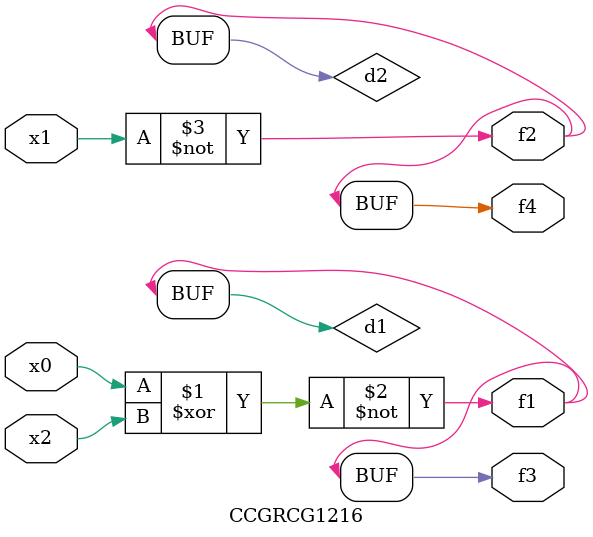
<source format=v>
module CCGRCG1216(
	input x0, x1, x2,
	output f1, f2, f3, f4
);

	wire d1, d2, d3;

	xnor (d1, x0, x2);
	nand (d2, x1);
	nor (d3, x1, x2);
	assign f1 = d1;
	assign f2 = d2;
	assign f3 = d1;
	assign f4 = d2;
endmodule

</source>
